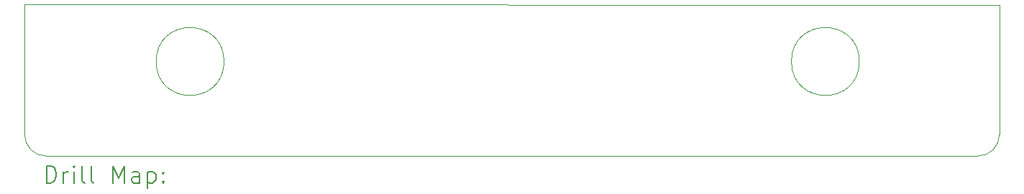
<source format=gbr>
%TF.GenerationSoftware,KiCad,Pcbnew,8.0.1*%
%TF.CreationDate,2024-08-12T23:31:01+01:00*%
%TF.ProjectId,MICRO_TRUNK_6_INSULATOR_FRONT,4d494352-4f5f-4545-9255-4e4b5f365f49,rev?*%
%TF.SameCoordinates,Original*%
%TF.FileFunction,Drillmap*%
%TF.FilePolarity,Positive*%
%FSLAX45Y45*%
G04 Gerber Fmt 4.5, Leading zero omitted, Abs format (unit mm)*
G04 Created by KiCad (PCBNEW 8.0.1) date 2024-08-12 23:31:01*
%MOMM*%
%LPD*%
G01*
G04 APERTURE LIST*
%ADD10C,0.050000*%
%ADD11C,0.200000*%
G04 APERTURE END LIST*
D10*
X10990250Y-9223892D02*
G75*
G02*
X10190250Y-9223892I-400000J0D01*
G01*
X10190250Y-9223892D02*
G75*
G02*
X10990250Y-9223892I400000J0D01*
G01*
X19863021Y-10340000D02*
X8899396Y-10340236D01*
X8899396Y-10340236D02*
G75*
G02*
X8641895Y-10083257I4J257506D01*
G01*
X18470250Y-9223892D02*
G75*
G02*
X17670250Y-9223892I-400000J0D01*
G01*
X17670250Y-9223892D02*
G75*
G02*
X18470250Y-9223892I400000J0D01*
G01*
X8643016Y-8553892D02*
X20120000Y-8555000D01*
X20120000Y-10082500D02*
X20120000Y-8555000D01*
X20120000Y-10082500D02*
G75*
G02*
X19863021Y-10340000I-257500J0D01*
G01*
X8641896Y-10083257D02*
X8643016Y-8553892D01*
D11*
X8900173Y-10654219D02*
X8900173Y-10454219D01*
X8900173Y-10454219D02*
X8947792Y-10454219D01*
X8947792Y-10454219D02*
X8976363Y-10463743D01*
X8976363Y-10463743D02*
X8995411Y-10482791D01*
X8995411Y-10482791D02*
X9004935Y-10501838D01*
X9004935Y-10501838D02*
X9014458Y-10539934D01*
X9014458Y-10539934D02*
X9014458Y-10568505D01*
X9014458Y-10568505D02*
X9004935Y-10606600D01*
X9004935Y-10606600D02*
X8995411Y-10625648D01*
X8995411Y-10625648D02*
X8976363Y-10644696D01*
X8976363Y-10644696D02*
X8947792Y-10654219D01*
X8947792Y-10654219D02*
X8900173Y-10654219D01*
X9100173Y-10654219D02*
X9100173Y-10520886D01*
X9100173Y-10558981D02*
X9109697Y-10539934D01*
X9109697Y-10539934D02*
X9119220Y-10530410D01*
X9119220Y-10530410D02*
X9138268Y-10520886D01*
X9138268Y-10520886D02*
X9157316Y-10520886D01*
X9223982Y-10654219D02*
X9223982Y-10520886D01*
X9223982Y-10454219D02*
X9214458Y-10463743D01*
X9214458Y-10463743D02*
X9223982Y-10473267D01*
X9223982Y-10473267D02*
X9233506Y-10463743D01*
X9233506Y-10463743D02*
X9223982Y-10454219D01*
X9223982Y-10454219D02*
X9223982Y-10473267D01*
X9347792Y-10654219D02*
X9328744Y-10644696D01*
X9328744Y-10644696D02*
X9319220Y-10625648D01*
X9319220Y-10625648D02*
X9319220Y-10454219D01*
X9452554Y-10654219D02*
X9433506Y-10644696D01*
X9433506Y-10644696D02*
X9423982Y-10625648D01*
X9423982Y-10625648D02*
X9423982Y-10454219D01*
X9681125Y-10654219D02*
X9681125Y-10454219D01*
X9681125Y-10454219D02*
X9747792Y-10597077D01*
X9747792Y-10597077D02*
X9814458Y-10454219D01*
X9814458Y-10454219D02*
X9814458Y-10654219D01*
X9995411Y-10654219D02*
X9995411Y-10549458D01*
X9995411Y-10549458D02*
X9985887Y-10530410D01*
X9985887Y-10530410D02*
X9966839Y-10520886D01*
X9966839Y-10520886D02*
X9928744Y-10520886D01*
X9928744Y-10520886D02*
X9909697Y-10530410D01*
X9995411Y-10644696D02*
X9976363Y-10654219D01*
X9976363Y-10654219D02*
X9928744Y-10654219D01*
X9928744Y-10654219D02*
X9909697Y-10644696D01*
X9909697Y-10644696D02*
X9900173Y-10625648D01*
X9900173Y-10625648D02*
X9900173Y-10606600D01*
X9900173Y-10606600D02*
X9909697Y-10587553D01*
X9909697Y-10587553D02*
X9928744Y-10578029D01*
X9928744Y-10578029D02*
X9976363Y-10578029D01*
X9976363Y-10578029D02*
X9995411Y-10568505D01*
X10090649Y-10520886D02*
X10090649Y-10720886D01*
X10090649Y-10530410D02*
X10109697Y-10520886D01*
X10109697Y-10520886D02*
X10147792Y-10520886D01*
X10147792Y-10520886D02*
X10166839Y-10530410D01*
X10166839Y-10530410D02*
X10176363Y-10539934D01*
X10176363Y-10539934D02*
X10185887Y-10558981D01*
X10185887Y-10558981D02*
X10185887Y-10616124D01*
X10185887Y-10616124D02*
X10176363Y-10635172D01*
X10176363Y-10635172D02*
X10166839Y-10644696D01*
X10166839Y-10644696D02*
X10147792Y-10654219D01*
X10147792Y-10654219D02*
X10109697Y-10654219D01*
X10109697Y-10654219D02*
X10090649Y-10644696D01*
X10271601Y-10635172D02*
X10281125Y-10644696D01*
X10281125Y-10644696D02*
X10271601Y-10654219D01*
X10271601Y-10654219D02*
X10262078Y-10644696D01*
X10262078Y-10644696D02*
X10271601Y-10635172D01*
X10271601Y-10635172D02*
X10271601Y-10654219D01*
X10271601Y-10530410D02*
X10281125Y-10539934D01*
X10281125Y-10539934D02*
X10271601Y-10549458D01*
X10271601Y-10549458D02*
X10262078Y-10539934D01*
X10262078Y-10539934D02*
X10271601Y-10530410D01*
X10271601Y-10530410D02*
X10271601Y-10549458D01*
M02*

</source>
